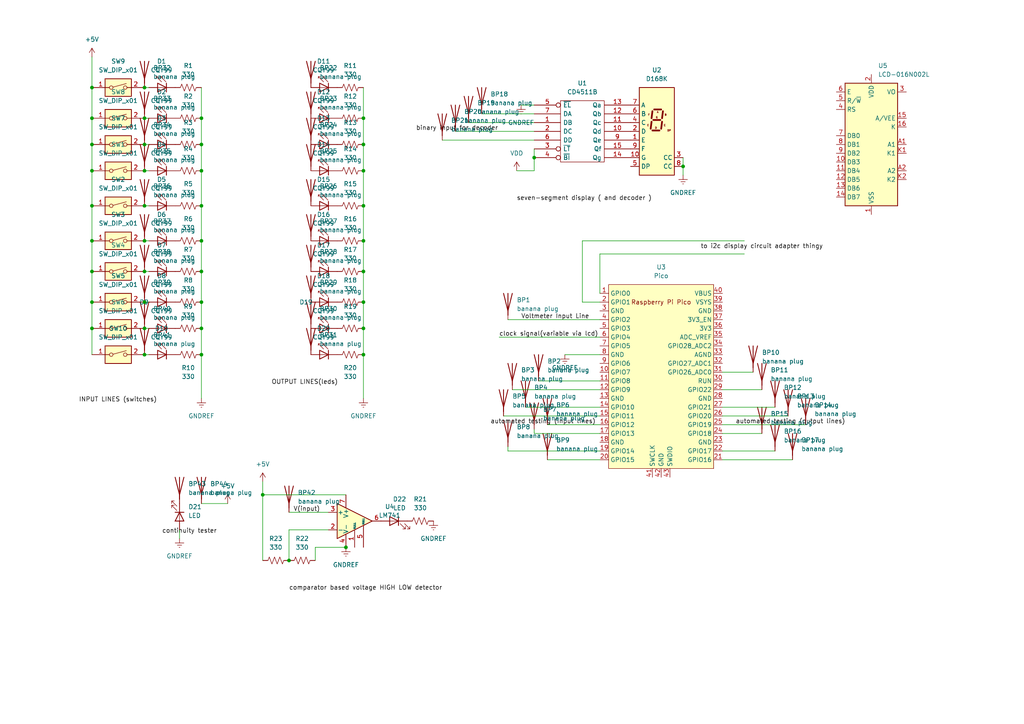
<source format=kicad_sch>
(kicad_sch (version 20230121) (generator eeschema)
  (paper "A4")
  (lib_symbols
    (symbol "4xxx_IEEE:4511" (pin_names (offset 0.762))
      (property "Reference" "U" (at 8.89 11.43 0))
      (property "Value" "4511" (at 8.89 -11.43 0))
      (symbol "4511_0_1"
        (rectangle (start -6.35 8.89) (end 6.35 -8.89))
      )
      (symbol "4511_1_1"
        (pin input line (at -13.97 2.54 0) (length 7.62) (name "DB") (number "1"))
        (pin output line (at 13.97 0 180) (length 7.62) (name "Qd") (number "10"))
        (pin output line (at 13.97 2.54 180) (length 7.62) (name "Qc") (number "11"))
        (pin output line (at 13.97 5.08 180) (length 7.62) (name "Qb") (number "12"))
        (pin output line (at 13.97 7.62 180) (length 7.62) (name "Qa") (number "13"))
        (pin output line (at 13.97 -7.62 180) (length 7.62) (name "Qg") (number "14"))
        (pin output line (at 13.97 -5.08 180) (length 7.62) (name "Qf") (number "15"))
        (pin power_in line (at 0 8.89 270) (length 0) hide (name "Vdd") (number "16"))
        (pin input line (at -13.97 0 0) (length 7.62) (name "DC") (number "2"))
        (pin input inverted (at -13.97 -5.08 0) (length 7.62) (name "~{LT}") (number "3"))
        (pin input inverted (at -13.97 -7.62 0) (length 7.62) (name "~{BI}") (number "4"))
        (pin input inverted (at -13.97 7.62 0) (length 7.62) (name "~{EL}") (number "5"))
        (pin input line (at -13.97 -2.54 0) (length 7.62) (name "DD") (number "6"))
        (pin input line (at -13.97 5.08 0) (length 7.62) (name "DA") (number "7"))
        (pin power_in line (at 0 -8.89 90) (length 0) hide (name "Vss") (number "8"))
        (pin output line (at 13.97 -2.54 180) (length 7.62) (name "Qe") (number "9"))
      )
    )
    (symbol "Amplifier_Operational:LM741" (pin_names (offset 0.127))
      (property "Reference" "U" (at 0 6.35 0))
      (property "Value" "LM741" (at 0 3.81 0))
      (symbol "LM741_0_1"
        (polyline (pts (xy -5.08 5.08) (xy 5.08 0) (xy -5.08 -5.08) (xy -5.08 5.08)) (stroke (width 0.254)) (fill (type background)))
      )
      (symbol "LM741_1_1"
        (pin input line (at 0 -7.62 90) (length 5.08) (name "NULL") (number "1"))
        (pin input line (at -7.62 -2.54 0) (length 2.54) (name "-") (number "2"))
        (pin input line (at -7.62 2.54 0) (length 2.54) (name "+") (number "3"))
        (pin power_in line (at -2.54 -7.62 90) (length 3.81) (name "V-") (number "4"))
        (pin input line (at 2.54 -7.62 90) (length 6.35) (name "NULL") (number "5"))
        (pin output line (at 7.62 0 180) (length 2.54) (name "~") (number "6"))
        (pin power_in line (at -2.54 7.62 270) (length 3.81) (name "V+") (number "7"))
        (pin no_connect line (at 0 2.54 270) (length 2.54) hide (name "NC") (number "8"))
      )
    )
    (symbol "Device:Antenna" (pin_numbers hide) (pin_names (offset 1.016) hide)
      (property "Reference" "AE" (at -1.905 1.905 0))
      (property "Value" "Antenna" (at -1.905 0 0))
      (symbol "Antenna_0_1"
        (polyline (pts (xy 0 2.54) (xy 0 -3.81)) (stroke (width 0.254)))
        (polyline (pts (xy 1.27 2.54) (xy 0 -2.54) (xy -1.27 2.54)) (stroke (width 0.254)))
      )
      (symbol "Antenna_1_1"
        (pin input line (at 0 -5.08 90) (length 2.54) (name "A") (number "1"))
      )
    )
    (symbol "Device:LED" (pin_numbers hide) (pin_names (offset 1.016) hide)
      (property "Reference" "D" (at 0 2.54 0))
      (property "Value" "LED" (at 0 -2.54 0))
      (symbol "LED_0_1"
        (polyline (pts (xy -1.27 -1.27) (xy -1.27 1.27)) (stroke (width 0.254)))
        (polyline (pts (xy -1.27 0) (xy 1.27 0)))
        (polyline (pts (xy 1.27 -1.27) (xy 1.27 1.27) (xy -1.27 0) (xy 1.27 -1.27)) (stroke (width 0.254)))
        (polyline (pts (xy -3.048 -0.762) (xy -4.572 -2.286) (xy -3.81 -2.286) (xy -4.572 -2.286) (xy -4.572 -1.524)))
        (polyline (pts (xy -1.778 -0.762) (xy -3.302 -2.286) (xy -2.54 -2.286) (xy -3.302 -2.286) (xy -3.302 -1.524)))
      )
      (symbol "LED_1_1"
        (pin passive line (at -3.81 0 0) (length 2.54) (name "K") (number "1"))
        (pin passive line (at 3.81 0 180) (length 2.54) (name "A") (number "2"))
      )
    )
    (symbol "Device:R_US" (pin_numbers hide) (pin_names (offset 0))
      (property "Reference" "R" (at 2.54 0 90))
      (property "Value" "R_US" (at -2.54 0 90))
      (symbol "R_US_0_1"
        (polyline (pts (xy 0 -2.286) (xy 0 -2.54)))
        (polyline (pts (xy 0 2.286) (xy 0 2.54)))
        (polyline (pts (xy 0 -0.762) (xy 1.016 -1.143) (xy 0 -1.524) (xy -1.016 -1.905) (xy 0 -2.286)))
        (polyline (pts (xy 0 0.762) (xy 1.016 0.381) (xy 0 0) (xy -1.016 -0.381) (xy 0 -0.762)))
        (polyline (pts (xy 0 2.286) (xy 1.016 1.905) (xy 0 1.524) (xy -1.016 1.143) (xy 0 0.762)))
      )
      (symbol "R_US_1_1"
        (pin passive line (at 0 3.81 270) (length 1.27) (name "~") (number "1"))
        (pin passive line (at 0 -3.81 90) (length 1.27) (name "~") (number "2"))
      )
    )
    (symbol "Display_Character:LCD-016N002L"
      (property "Reference" "U" (at -6.35 18.796 0))
      (property "Value" "LCD-016N002L" (at 8.636 18.796 0))
      (symbol "LCD-016N002L_1_1"
        (rectangle (start -7.62 17.78) (end 7.62 -17.78) (stroke (width 0.254)) (fill (type background)))
        (pin power_in line (at 0 -20.32 90) (length 2.54) (name "VSS") (number "1"))
        (pin bidirectional line (at -10.16 -5.08 0) (length 2.54) (name "DB3") (number "10"))
        (pin bidirectional line (at -10.16 -7.62 0) (length 2.54) (name "DB4") (number "11"))
        (pin bidirectional line (at -10.16 -10.16 0) (length 2.54) (name "DB5") (number "12"))
        (pin bidirectional line (at -10.16 -12.7 0) (length 2.54) (name "DB6") (number "13"))
        (pin bidirectional line (at -10.16 -15.24 0) (length 2.54) (name "DB7") (number "14"))
        (pin power_in line (at 10.16 7.62 180) (length 2.54) (name "A/VEE") (number "15"))
        (pin power_in line (at 10.16 5.08 180) (length 2.54) (name "K") (number "16"))
        (pin power_in line (at 0 20.32 270) (length 2.54) (name "VDD") (number "2"))
        (pin input line (at 10.16 15.24 180) (length 2.54) (name "VO") (number "3"))
        (pin input line (at -10.16 10.16 0) (length 2.54) (name "RS") (number "4"))
        (pin input line (at -10.16 12.7 0) (length 2.54) (name "R/~{W}") (number "5"))
        (pin input line (at -10.16 15.24 0) (length 2.54) (name "E") (number "6"))
        (pin bidirectional line (at -10.16 2.54 0) (length 2.54) (name "DB0") (number "7"))
        (pin bidirectional line (at -10.16 0 0) (length 2.54) (name "DB1") (number "8"))
        (pin bidirectional line (at -10.16 -2.54 0) (length 2.54) (name "DB2") (number "9"))
        (pin power_in line (at 10.16 0 180) (length 2.54) (name "A1") (number "A1"))
        (pin power_in line (at 10.16 -7.62 180) (length 2.54) (name "A2") (number "A2"))
        (pin power_in line (at 10.16 -2.54 180) (length 2.54) (name "K1") (number "K1"))
        (pin power_in line (at 10.16 -10.16 180) (length 2.54) (name "K2") (number "K2"))
      )
    )
    (symbol "Display_Character_git:D168K"
      (property "Reference" "U" (at -2.54 13.97 0))
      (property "Value" "D168K" (at 1.27 13.97 0))
      (symbol "D168K_0_0"
        (text "A" (at 0.254 5.588 0) (effects (font (size 0.508 0.508))))
        (text "B" (at 2.54 4.826 0) (effects (font (size 0.508 0.508))))
        (text "C" (at 2.286 1.778 0) (effects (font (size 0.508 0.508))))
        (text "D" (at -0.254 1.016 0) (effects (font (size 0.508 0.508))))
        (text "DP" (at 3.556 0.254 0) (effects (font (size 0.508 0.508))))
        (text "E" (at -2.54 1.778 0) (effects (font (size 0.508 0.508))))
        (text "F" (at -2.286 4.826 0) (effects (font (size 0.508 0.508))))
        (text "G" (at 0 4.064 0) (effects (font (size 0.508 0.508))))
      )
      (symbol "D168K_0_1"
        (rectangle (start -5.08 12.7) (end 5.08 -12.7) (stroke (width 0.254)) (fill (type background)))
        (polyline (pts (xy -1.524 2.794) (xy -1.778 0.762)) (stroke (width 0.508)))
        (polyline (pts (xy -1.27 0.254) (xy 0.762 0.254)) (stroke (width 0.508)))
        (polyline (pts (xy -1.27 5.842) (xy -1.524 3.81)) (stroke (width 0.508)))
        (polyline (pts (xy -1.016 3.302) (xy 1.016 3.302)) (stroke (width 0.508)))
        (polyline (pts (xy -0.762 6.35) (xy 1.27 6.35)) (stroke (width 0.508)))
        (polyline (pts (xy 1.524 2.794) (xy 1.27 0.762)) (stroke (width 0.508)))
        (polyline (pts (xy 1.778 5.842) (xy 1.524 3.81)) (stroke (width 0.508)))
        (polyline (pts (xy 2.54 0.254) (xy 2.54 0.254)) (stroke (width 0.508)))
      )
      (symbol "D168K_1_1"
        (pin input line (at -7.62 -2.54 0) (length 2.54) (name "E") (number "1"))
        (pin input line (at -7.62 -7.62 0) (length 2.54) (name "G") (number "10"))
        (pin input line (at -7.62 0 0) (length 2.54) (name "D") (number "2"))
        (pin input line (at 7.62 -7.62 180) (length 2.54) (name "CC") (number "3"))
        (pin input line (at -7.62 2.54 0) (length 2.54) (name "C") (number "4"))
        (pin input line (at -7.62 -10.16 0) (length 2.54) (name "DP") (number "5"))
        (pin input line (at -7.62 5.08 0) (length 2.54) (name "B") (number "6"))
        (pin input line (at -7.62 7.62 0) (length 2.54) (name "A") (number "7"))
        (pin input line (at 7.62 -10.16 180) (length 2.54) (name "CC") (number "8"))
        (pin input line (at -7.62 -5.08 0) (length 2.54) (name "F") (number "9"))
      )
    )
    (symbol "LED:CQY99" (pin_numbers hide) (pin_names (offset 1.016) hide)
      (property "Reference" "D" (at 0.508 1.778 0))
      (property "Value" "CQY99" (at -1.016 -2.794 0))
      (symbol "CQY99_0_1"
        (polyline (pts (xy -2.54 1.27) (xy -2.54 -1.27)) (stroke (width 0.254)))
        (polyline (pts (xy 0 0) (xy -2.54 0)))
        (polyline (pts (xy 0.381 3.175) (xy -0.127 3.175)))
        (polyline (pts (xy -1.143 1.651) (xy 0.381 3.175) (xy 0.381 2.667)))
        (polyline (pts (xy 0 -1.27) (xy -2.54 0) (xy 0 1.27) (xy 0 -1.27)) (stroke (width 0.254)))
        (polyline (pts (xy -2.413 1.651) (xy -0.889 3.175) (xy -0.889 2.667) (xy -0.889 3.175) (xy -1.397 3.175)))
      )
      (symbol "CQY99_1_1"
        (pin passive line (at -5.08 0 0) (length 2.54) (name "K") (number "1"))
        (pin passive line (at 2.54 0 180) (length 2.54) (name "A") (number "2"))
      )
    )
    (symbol "MCU_RaspberryPi_and_Boards:Pico"
      (property "Reference" "U" (at -13.97 27.94 0))
      (property "Value" "Pico" (at 0 19.05 0))
      (symbol "Pico_0_0"
        (text "Raspberry Pi Pico" (at 0 21.59 0) (effects (font (size 1.27 1.27))))
      )
      (symbol "Pico_0_1"
        (rectangle (start -15.24 26.67) (end 15.24 -26.67) (fill (type background)))
      )
      (symbol "Pico_1_1"
        (pin bidirectional line (at -17.78 24.13 0) (length 2.54) (name "GPIO0") (number "1"))
        (pin bidirectional line (at -17.78 1.27 0) (length 2.54) (name "GPIO7") (number "10"))
        (pin bidirectional line (at -17.78 -1.27 0) (length 2.54) (name "GPIO8") (number "11"))
        (pin bidirectional line (at -17.78 -3.81 0) (length 2.54) (name "GPIO9") (number "12"))
        (pin power_in line (at -17.78 -6.35 0) (length 2.54) (name "GND") (number "13"))
        (pin bidirectional line (at -17.78 -8.89 0) (length 2.54) (name "GPIO10") (number "14"))
        (pin bidirectional line (at -17.78 -11.43 0) (length 2.54) (name "GPIO11") (number "15"))
        (pin bidirectional line (at -17.78 -13.97 0) (length 2.54) (name "GPIO12") (number "16"))
        (pin bidirectional line (at -17.78 -16.51 0) (length 2.54) (name "GPIO13") (number "17"))
        (pin power_in line (at -17.78 -19.05 0) (length 2.54) (name "GND") (number "18"))
        (pin bidirectional line (at -17.78 -21.59 0) (length 2.54) (name "GPIO14") (number "19"))
        (pin bidirectional line (at -17.78 21.59 0) (length 2.54) (name "GPIO1") (number "2"))
        (pin bidirectional line (at -17.78 -24.13 0) (length 2.54) (name "GPIO15") (number "20"))
        (pin bidirectional line (at 17.78 -24.13 180) (length 2.54) (name "GPIO16") (number "21"))
        (pin bidirectional line (at 17.78 -21.59 180) (length 2.54) (name "GPIO17") (number "22"))
        (pin power_in line (at 17.78 -19.05 180) (length 2.54) (name "GND") (number "23"))
        (pin bidirectional line (at 17.78 -16.51 180) (length 2.54) (name "GPIO18") (number "24"))
        (pin bidirectional line (at 17.78 -13.97 180) (length 2.54) (name "GPIO19") (number "25"))
        (pin bidirectional line (at 17.78 -11.43 180) (length 2.54) (name "GPIO20") (number "26"))
        (pin bidirectional line (at 17.78 -8.89 180) (length 2.54) (name "GPIO21") (number "27"))
        (pin power_in line (at 17.78 -6.35 180) (length 2.54) (name "GND") (number "28"))
        (pin bidirectional line (at 17.78 -3.81 180) (length 2.54) (name "GPIO22") (number "29"))
        (pin power_in line (at -17.78 19.05 0) (length 2.54) (name "GND") (number "3"))
        (pin input line (at 17.78 -1.27 180) (length 2.54) (name "RUN") (number "30"))
        (pin bidirectional line (at 17.78 1.27 180) (length 2.54) (name "GPIO26_ADC0") (number "31"))
        (pin bidirectional line (at 17.78 3.81 180) (length 2.54) (name "GPIO27_ADC1") (number "32"))
        (pin power_in line (at 17.78 6.35 180) (length 2.54) (name "AGND") (number "33"))
        (pin bidirectional line (at 17.78 8.89 180) (length 2.54) (name "GPIO28_ADC2") (number "34"))
        (pin power_in line (at 17.78 11.43 180) (length 2.54) (name "ADC_VREF") (number "35"))
        (pin power_in line (at 17.78 13.97 180) (length 2.54) (name "3V3") (number "36"))
        (pin input line (at 17.78 16.51 180) (length 2.54) (name "3V3_EN") (number "37"))
        (pin bidirectional line (at 17.78 19.05 180) (length 2.54) (name "GND") (number "38"))
        (pin power_in line (at 17.78 21.59 180) (length 2.54) (name "VSYS") (number "39"))
        (pin bidirectional line (at -17.78 16.51 0) (length 2.54) (name "GPIO2") (number "4"))
        (pin power_in line (at 17.78 24.13 180) (length 2.54) (name "VBUS") (number "40"))
        (pin input line (at -2.54 -29.21 90) (length 2.54) (name "SWCLK") (number "41"))
        (pin power_in line (at 0 -29.21 90) (length 2.54) (name "GND") (number "42"))
        (pin bidirectional line (at 2.54 -29.21 90) (length 2.54) (name "SWDIO") (number "43"))
        (pin bidirectional line (at -17.78 13.97 0) (length 2.54) (name "GPIO3") (number "5"))
        (pin bidirectional line (at -17.78 11.43 0) (length 2.54) (name "GPIO4") (number "6"))
        (pin bidirectional line (at -17.78 8.89 0) (length 2.54) (name "GPIO5") (number "7"))
        (pin power_in line (at -17.78 6.35 0) (length 2.54) (name "GND") (number "8"))
        (pin bidirectional line (at -17.78 3.81 0) (length 2.54) (name "GPIO6") (number "9"))
      )
    )
    (symbol "Switch:SW_DIP_x01" (pin_names (offset 0) hide)
      (property "Reference" "SW" (at 0 3.81 0))
      (property "Value" "SW_DIP_x01" (at 0 -3.81 0))
      (symbol "SW_DIP_x01_0_0"
        (circle (center -2.032 0) (radius 0.508))
        (polyline (pts (xy -1.524 0.127) (xy 2.3622 1.1684)))
        (circle (center 2.032 0) (radius 0.508))
      )
      (symbol "SW_DIP_x01_0_1"
        (rectangle (start -3.81 2.54) (end 3.81 -2.54) (stroke (width 0.254)) (fill (type background)))
      )
      (symbol "SW_DIP_x01_1_1"
        (pin passive line (at -7.62 0 0) (length 5.08) (name "~") (number "1"))
        (pin passive line (at 7.62 0 180) (length 5.08) (name "~") (number "2"))
      )
    )
    (symbol "power:+5V" (power) (pin_names (offset 0))
      (property "Value" "+5V" (at 0 3.556 0))
      (symbol "+5V_0_1"
        (polyline (pts (xy -0.762 1.27) (xy 0 2.54)))
        (polyline (pts (xy 0 0) (xy 0 2.54)))
        (polyline (pts (xy 0 2.54) (xy 0.762 1.27)))
      )
      (symbol "+5V_1_1"
        (pin power_in line (at 0 0 90) (length 0) hide (name "+5V") (number "1"))
      )
    )
    (symbol "power:GNDREF" (power) (pin_names (offset 0))
      (property "Value" "GNDREF" (at 0 -3.81 0))
      (symbol "GNDREF_0_1"
        (polyline (pts (xy -0.635 -1.905) (xy 0.635 -1.905)))
        (polyline (pts (xy -0.127 -2.54) (xy 0.127 -2.54)))
        (polyline (pts (xy 0 -1.27) (xy 0 0)))
        (polyline (pts (xy 1.27 -1.27) (xy -1.27 -1.27)))
      )
      (symbol "GNDREF_1_1"
        (pin power_in line (at 0 0 270) (length 0) hide (name "GNDREF") (number "1"))
      )
    )
    (symbol "power:VDD" (power) (pin_names (offset 0))
      (property "Value" "VDD" (at 0 3.81 0))
      (symbol "VDD_0_1"
        (polyline (pts (xy -0.762 1.27) (xy 0 2.54)))
        (polyline (pts (xy 0 0) (xy 0 2.54)))
        (polyline (pts (xy 0 2.54) (xy 0.762 1.27)))
      )
      (symbol "VDD_1_1"
        (pin power_in line (at 0 0 90) (length 0) hide (name "VDD") (number "1"))
      )
    )
  )
  (junction (at 41.91 41.91))
  (junction (at 41.91 59.69))
  (junction (at 105.41 95.25))
  (junction (at 58.42 87.63))
  (junction (at 41.91 25.4))
  (junction (at 58.42 95.25))
  (junction (at 105.41 102.87))
  (junction (at 26.67 95.25))
  (junction (at 41.91 78.74))
  (junction (at 58.42 41.91))
  (junction (at 41.91 87.63))
  (junction (at 41.91 49.53))
  (junction (at 41.91 95.25))
  (junction (at 105.41 41.91))
  (junction (at 105.41 78.74))
  (junction (at 105.41 59.69))
  (junction (at 58.42 69.85))
  (junction (at 58.42 102.87))
  (junction (at 41.91 69.85))
  (junction (at 198.12 48.26))
  (junction (at 26.67 78.74))
  (junction (at 58.42 59.69))
  (junction (at 41.91 34.29))
  (junction (at 26.67 25.4))
  (junction (at 26.67 59.69))
  (junction (at 26.67 69.85))
  (junction (at 100.33 158.75))
  (junction (at 105.41 34.29))
  (junction (at 41.91 102.87))
  (junction (at 76.2 143.51))
  (junction (at 26.67 49.53))
  (junction (at 105.41 87.63))
  (junction (at 154.94 45.72))
  (junction (at 26.67 34.29))
  (junction (at 105.41 69.85))
  (junction (at 26.67 41.91))
  (junction (at 26.67 87.63))
  (junction (at 58.42 34.29))
  (junction (at 105.41 49.53))
  (junction (at 58.42 49.53))
  (junction (at 83.82 162.56))
  (junction (at 58.42 78.74))
  (wire (pts (xy 209.55 125.73) (xy 220.98 125.73)))
  (wire (pts (xy 173.99 87.63) (xy 168.91 87.63)))
  (wire (pts (xy 147.32 130.81) (xy 147.32 129.54)))
  (wire (pts (xy 198.12 45.72) (xy 198.12 48.26)))
  (wire (pts (xy 168.91 87.63) (xy 168.91 69.85)))
  (wire (pts (xy 95.25 153.67) (xy 83.82 153.67)))
  (wire (pts (xy 168.91 69.85) (xy 215.9 69.85)))
  (wire (pts (xy 41.91 34.29) (xy 43.18 34.29)))
  (wire (pts (xy 41.91 95.25) (xy 43.18 95.25)))
  (wire (pts (xy 105.41 95.25) (xy 105.41 102.87)))
  (wire (pts (xy 58.42 59.69) (xy 58.42 69.85)))
  (wire (pts (xy 105.41 49.53) (xy 105.41 59.69)))
  (wire (pts (xy 58.42 69.85) (xy 58.42 78.74)))
  (wire (pts (xy 26.67 34.29) (xy 26.67 41.91)))
  (wire (pts (xy 198.12 48.26) (xy 198.12 50.8)))
  (wire (pts (xy 132.08 38.1) (xy 154.94 38.1)))
  (wire (pts (xy 58.42 146.05) (xy 66.04 146.05)))
  (wire (pts (xy 58.42 87.63) (xy 58.42 95.25)))
  (wire (pts (xy 144.78 97.79) (xy 173.99 97.79)))
  (wire (pts (xy 147.32 130.81) (xy 173.99 130.81)))
  (wire (pts (xy 105.41 87.63) (xy 105.41 95.25)))
  (wire (pts (xy 41.91 69.85) (xy 43.18 69.85)))
  (wire (pts (xy 163.83 102.87) (xy 173.99 102.87)))
  (wire (pts (xy 152.4 118.11) (xy 173.99 118.11)))
  (wire (pts (xy 154.94 45.72) (xy 154.94 49.53)))
  (wire (pts (xy 209.55 120.65) (xy 228.6 120.65)))
  (wire (pts (xy 105.41 34.29) (xy 105.41 41.91)))
  (wire (pts (xy 158.75 133.35) (xy 173.99 133.35)))
  (wire (pts (xy 105.41 59.69) (xy 105.41 69.85)))
  (wire (pts (xy 41.91 102.87) (xy 43.18 102.87)))
  (wire (pts (xy 209.55 130.81) (xy 224.79 130.81)))
  (wire (pts (xy 105.41 78.74) (xy 105.41 87.63)))
  (wire (pts (xy 26.67 87.63) (xy 26.67 95.25)))
  (wire (pts (xy 158.75 123.19) (xy 173.99 123.19)))
  (wire (pts (xy 105.41 69.85) (xy 105.41 78.74)))
  (wire (pts (xy 58.42 34.29) (xy 58.42 41.91)))
  (wire (pts (xy 154.94 125.73) (xy 154.94 124.46)))
  (wire (pts (xy 41.91 59.69) (xy 43.18 59.69)))
  (wire (pts (xy 154.94 43.18) (xy 154.94 45.72)))
  (wire (pts (xy 26.67 41.91) (xy 26.67 49.53)))
  (wire (pts (xy 154.94 125.73) (xy 173.99 125.73)))
  (wire (pts (xy 26.67 69.85) (xy 26.67 78.74)))
  (wire (pts (xy 151.13 30.48) (xy 154.94 30.48)))
  (wire (pts (xy 154.94 49.53) (xy 149.86 49.53)))
  (wire (pts (xy 147.32 92.71) (xy 173.99 92.71)))
  (wire (pts (xy 52.07 153.67) (xy 52.07 156.21)))
  (wire (pts (xy 58.42 41.91) (xy 58.42 49.53)))
  (wire (pts (xy 26.67 95.25) (xy 26.67 102.87)))
  (wire (pts (xy 58.42 95.25) (xy 58.42 102.87)))
  (wire (pts (xy 26.67 78.74) (xy 26.67 87.63)))
  (wire (pts (xy 76.2 143.51) (xy 76.2 162.56)))
  (wire (pts (xy 76.2 143.51) (xy 76.2 139.7)))
  (wire (pts (xy 58.42 25.4) (xy 58.42 34.29)))
  (wire (pts (xy 173.99 85.09) (xy 173.99 73.66)))
  (wire (pts (xy 26.67 49.53) (xy 26.67 59.69)))
  (wire (pts (xy 41.91 49.53) (xy 43.18 49.53)))
  (wire (pts (xy 76.2 143.51) (xy 100.33 143.51)))
  (wire (pts (xy 209.55 133.35) (xy 229.87 133.35)))
  (wire (pts (xy 41.91 78.74) (xy 43.18 78.74)))
  (wire (pts (xy 26.67 59.69) (xy 26.67 69.85)))
  (wire (pts (xy 105.41 25.4) (xy 105.41 34.29)))
  (wire (pts (xy 58.42 102.87) (xy 58.42 115.57)))
  (wire (pts (xy 58.42 78.74) (xy 58.42 87.63)))
  (wire (pts (xy 139.7 33.02) (xy 154.94 33.02)))
  (wire (pts (xy 26.67 25.4) (xy 26.67 34.29)))
  (wire (pts (xy 173.99 73.66) (xy 215.9 73.66)))
  (wire (pts (xy 209.55 118.11) (xy 224.79 118.11)))
  (wire (pts (xy 41.91 41.91) (xy 43.18 41.91)))
  (wire (pts (xy 105.41 41.91) (xy 105.41 49.53)))
  (wire (pts (xy 209.55 123.19) (xy 233.68 123.19)))
  (wire (pts (xy 41.91 25.4) (xy 43.18 25.4)))
  (wire (pts (xy 83.82 153.67) (xy 83.82 162.56)))
  (wire (pts (xy 135.89 35.56) (xy 154.94 35.56)))
  (wire (pts (xy 128.27 40.64) (xy 154.94 40.64)))
  (wire (pts (xy 148.59 113.03) (xy 173.99 113.03)))
  (wire (pts (xy 146.05 120.65) (xy 173.99 120.65)))
  (wire (pts (xy 91.44 158.75) (xy 100.33 158.75)))
  (wire (pts (xy 105.41 102.87) (xy 105.41 115.57)))
  (wire (pts (xy 209.55 107.95) (xy 218.44 107.95)))
  (wire (pts (xy 91.44 162.56) (xy 91.44 158.75)))
  (wire (pts (xy 83.82 148.59) (xy 95.25 148.59)))
  (wire (pts (xy 156.21 110.49) (xy 173.99 110.49)))
  (wire (pts (xy 26.67 16.51) (xy 26.67 25.4)))
  (wire (pts (xy 58.42 49.53) (xy 58.42 59.69)))
  (wire (pts (xy 41.91 87.63) (xy 43.18 87.63)))
  (wire (pts (xy 209.55 113.03) (xy 220.98 113.03)))
  (label "INPUT LINES (switches)" (at 22.86 116.84 0))
  (label "OUTPUT LINES(leds)" (at 78.74 111.76 0))
  (label "Voltmeter Input Line" (at 151.13 92.71 0))
  (label "to i2c display circuit adapter thingy" (at 203.2 72.39 0))
  (label "automated testing (output lines)" (at 213.36 123.19 0))
  (label "binary input for decoder" (at 120.65 38.1 0))
  (label "seven-segment display ( and decoder )" (at 149.86 58.42 0))
  (label "clock signal(variable via lcd)" (at 144.78 97.79 0))
  (label "continuity tester" (at 46.99 154.94 0))
  (label "comparator based voltage HIGH LOW detector" (at 83.82 171.45 0))
  (label "automated testing (input lines)" (at 142.24 123.19 0))
  (label "V(input)" (at 85.09 148.59 0))
  (symbol (lib_id "Device:Antenna") (at 228.6 115.57 0) (unit 1)
    (property "Reference" "BP13" (at 231.14 114.935 0) (effects (justify left)))
    (property "Value" "banana plug" (at 231.14 117.475 0) (effects (justify left)))
    (property "Footprint" "Connector:Banana_Jack_1Pin" (effects hide))
  )
  (symbol (lib_id "power:GNDREF") (at 52.07 156.21 0) (unit 1)
    (property "Reference" "#PWR09" (effects hide))
    (property "Value" "GNDREF" (at 52.07 161.29 0))
  )
  (symbol (lib_id "LED:CQY99") (at 92.71 102.87 0) (mirror y) (unit 1)
    (property "Reference" "D20" (at 93.853 95.25 0))
    (property "Value" "CQY99" (at 93.853 97.79 0))
    (property "Footprint" "LED_THT:LED_D5.0mm_IRGrey" (effects hide))
    (property "Datasheet" "https://www.prtice.info/IMG/pdf/CQY99.pdf" (effects hide))
  )
  (symbol (lib_id "Device:LED") (at 114.3 151.13 0) (mirror y) (unit 1)
    (property "Reference" "D22" (at 115.8875 144.78 0))
    (property "Value" "LED" (at 115.8875 147.32 0))
    (property "Footprint" "LED_THT:LED_D5.0mm_IRGrey" (effects hide))
  )
  (symbol (lib_id "LED:CQY99") (at 92.71 49.53 0) (mirror y) (unit 1)
    (property "Reference" "D14" (at 93.853 41.91 0))
    (property "Value" "CQY99" (at 93.853 44.45 0))
    (property "Footprint" "LED_THT:LED_D5.0mm_IRGrey" (effects hide))
    (property "Datasheet" "https://www.prtice.info/IMG/pdf/CQY99.pdf" (effects hide))
  )
  (symbol (lib_id "LED:CQY99") (at 45.72 87.63 0) (mirror y) (unit 1)
    (property "Reference" "D8" (at 46.863 80.01 0))
    (property "Value" "CQY99" (at 46.863 82.55 0))
    (property "Footprint" "LED_THT:LED_D5.0mm_IRGrey" (effects hide))
    (property "Datasheet" "https://www.prtice.info/IMG/pdf/CQY99.pdf" (effects hide))
  )
  (symbol (lib_id "Device:Antenna") (at 233.68 118.11 0) (unit 1)
    (property "Reference" "BP14" (at 236.22 117.475 0) (effects (justify left)))
    (property "Value" "banana plug" (at 236.22 120.015 0) (effects (justify left)))
    (property "Footprint" "Connector:Banana_Jack_1Pin" (effects hide))
  )
  (symbol (lib_id "LED:CQY99") (at 92.71 59.69 0) (mirror y) (unit 1)
    (property "Reference" "D15" (at 93.853 52.07 0))
    (property "Value" "CQY99" (at 93.853 54.61 0))
    (property "Footprint" "LED_THT:LED_D5.0mm_IRGrey" (effects hide))
    (property "Datasheet" "https://www.prtice.info/IMG/pdf/CQY99.pdf" (effects hide))
  )
  (symbol (lib_id "Switch:SW_DIP_x01") (at 34.29 95.25 0) (unit 1)
    (property "Reference" "SW6" (at 34.29 87.63 0))
    (property "Value" "SW_DIP_x01" (at 34.29 90.17 0))
    (property "Footprint" "Button_Switch_THT:SW_CW_GPTS203211B" (effects hide))
  )
  (symbol (lib_id "LED:CQY99") (at 45.72 25.4 0) (mirror y) (unit 1)
    (property "Reference" "D1" (at 46.863 17.78 0))
    (property "Value" "CQY99" (at 46.863 20.32 0))
    (property "Footprint" "LED_THT:LED_D5.0mm_IRGrey" (effects hide))
    (property "Datasheet" "https://www.prtice.info/IMG/pdf/CQY99.pdf" (effects hide))
  )
  (symbol (lib_id "Device:Antenna") (at 218.44 102.87 0) (unit 1)
    (property "Reference" "BP10" (at 220.98 102.235 0) (effects (justify left)))
    (property "Value" "banana plug" (at 220.98 104.775 0) (effects (justify left)))
    (property "Footprint" "Connector:Banana_Jack_1Pin" (effects hide))
  )
  (symbol (lib_id "Device:Antenna") (at 41.91 73.66 0) (unit 1)
    (property "Reference" "BP38" (at 44.45 73.025 0) (effects (justify left)))
    (property "Value" "banana plug" (at 44.45 75.565 0) (effects (justify left)))
    (property "Footprint" "Connector:Banana_Jack_1Pin" (effects hide))
  )
  (symbol (lib_id "LED:CQY99") (at 92.71 87.63 0) (mirror y) (unit 1)
    (property "Reference" "D18" (at 93.853 80.01 0))
    (property "Value" "CQY99" (at 93.853 82.55 0))
    (property "Footprint" "LED_THT:LED_D5.0mm_IRGrey" (effects hide))
    (property "Datasheet" "https://www.prtice.info/IMG/pdf/CQY99.pdf" (effects hide))
  )
  (symbol (lib_id "Device:Antenna") (at 90.17 54.61 0) (unit 1)
    (property "Reference" "BP26" (at 92.71 53.975 0) (effects (justify left)))
    (property "Value" "banana plug" (at 92.71 56.515 0) (effects (justify left)))
    (property "Footprint" "Connector:Banana_Jack_1Pin" (effects hide))
  )
  (symbol (lib_id "Device:Antenna") (at 90.17 90.17 0) (unit 1)
    (property "Reference" "BP30" (at 92.71 89.535 0) (effects (justify left)))
    (property "Value" "banana plug" (at 92.71 92.075 0) (effects (justify left)))
    (property "Footprint" "Connector:Banana_Jack_1Pin" (effects hide))
  )
  (symbol (lib_id "Device:Antenna") (at 224.79 125.73 0) (unit 1)
    (property "Reference" "BP16" (at 227.33 125.095 0) (effects (justify left)))
    (property "Value" "banana plug" (at 227.33 127.635 0) (effects (justify left)))
    (property "Footprint" "Connector:Banana_Jack_1Pin" (effects hide))
  )
  (symbol (lib_id "Device:Antenna") (at 152.4 113.03 0) (unit 1)
    (property "Reference" "BP4" (at 154.94 112.395 0) (effects (justify left)))
    (property "Value" "banana plug" (at 154.94 114.935 0) (effects (justify left)))
    (property "Footprint" "Connector:Banana_Jack_1Pin" (effects hide))
  )
  (symbol (lib_id "power:+5V") (at 66.04 146.05 0) (unit 1)
    (property "Reference" "#PWR010" (effects hide))
    (property "Value" "+5V" (at 66.04 140.97 0))
  )
  (symbol (lib_id "Device:R_US") (at 54.61 34.29 270) (unit 1)
    (property "Reference" "R2" (at 54.61 27.94 90))
    (property "Value" "330" (at 54.61 30.48 90))
    (property "Footprint" "Resistor_THT:R_Axial_DIN0204_L3.6mm_D1.6mm_P7.62mm_Horizontal" (effects hide))
  )
  (symbol (lib_id "Switch:SW_DIP_x01") (at 34.29 102.87 0) (unit 1)
    (property "Reference" "SW10" (at 34.29 95.25 0))
    (property "Value" "SW_DIP_x01" (at 34.29 97.79 0))
    (property "Footprint" "Button_Switch_THT:SW_CW_GPTS203211B" (effects hide))
  )
  (symbol (lib_id "Device:Antenna") (at 158.75 118.11 0) (unit 1)
    (property "Reference" "BP6" (at 161.29 117.475 0) (effects (justify left)))
    (property "Value" "banana plug" (at 161.29 120.015 0) (effects (justify left)))
    (property "Footprint" "Connector:Banana_Jack_1Pin" (effects hide))
  )
  (symbol (lib_id "Device:Antenna") (at 156.21 105.41 0) (unit 1)
    (property "Reference" "BP2" (at 158.75 104.775 0) (effects (justify left)))
    (property "Value" "banana plug" (at 158.75 107.315 0) (effects (justify left)))
    (property "Footprint" "Connector:Banana_Jack_1Pin" (effects hide))
  )
  (symbol (lib_id "Device:Antenna") (at 41.91 54.61 0) (unit 1)
    (property "Reference" "BP36" (at 44.45 53.975 0) (effects (justify left)))
    (property "Value" "banana plug" (at 44.45 56.515 0) (effects (justify left)))
    (property "Footprint" "Connector:Banana_Jack_1Pin" (effects hide))
  )
  (symbol (lib_id "Device:R_US") (at 101.6 34.29 270) (unit 1)
    (property "Reference" "R12" (at 101.6 27.94 90))
    (property "Value" "330" (at 101.6 30.48 90))
    (property "Footprint" "Resistor_THT:R_Axial_DIN0204_L3.6mm_D1.6mm_P7.62mm_Horizontal" (effects hide))
  )
  (symbol (lib_id "Device:Antenna") (at 83.82 143.51 0) (unit 1)
    (property "Reference" "BP42" (at 86.36 142.875 0) (effects (justify left)))
    (property "Value" "banana plug" (at 86.36 145.415 0) (effects (justify left)))
    (property "Footprint" "Connector:Banana_Jack_1Pin" (effects hide))
  )
  (symbol (lib_id "power:+5V") (at 76.2 139.7 0) (unit 1)
    (property "Reference" "#PWR012" (effects hide))
    (property "Value" "+5V" (at 76.2 134.62 0))
  )
  (symbol (lib_id "power:GNDREF") (at 58.42 115.57 0) (unit 1)
    (property "Reference" "#PWR01" (effects hide))
    (property "Value" "GNDREF" (at 58.42 120.65 0))
  )
  (symbol (lib_id "Device:Antenna") (at 220.98 120.65 0) (unit 1)
    (property "Reference" "BP15" (at 223.52 120.015 0) (effects (justify left)))
    (property "Value" "banana plug" (at 223.52 122.555 0) (effects (justify left)))
    (property "Footprint" "Connector:Banana_Jack_1Pin" (effects hide))
  )
  (symbol (lib_id "power:GNDREF") (at 100.33 158.75 0) (unit 1)
    (property "Reference" "#PWR011" (effects hide))
    (property "Value" "GNDREF" (at 100.33 163.83 0))
  )
  (symbol (lib_id "Device:R_US") (at 54.61 69.85 270) (unit 1)
    (property "Reference" "R6" (at 54.61 63.5 90))
    (property "Value" "330" (at 54.61 66.04 90))
    (property "Footprint" "Resistor_THT:R_Axial_DIN0204_L3.6mm_D1.6mm_P7.62mm_Horizontal" (effects hide))
  )
  (symbol (lib_id "Device:R_US") (at 54.61 41.91 270) (unit 1)
    (property "Reference" "R3" (at 54.61 35.56 90))
    (property "Value" "330" (at 54.61 38.1 90))
    (property "Footprint" "Resistor_THT:R_Axial_DIN0204_L3.6mm_D1.6mm_P7.62mm_Horizontal" (effects hide))
  )
  (symbol (lib_id "Device:R_US") (at 101.6 78.74 270) (unit 1)
    (property "Reference" "R17" (at 101.6 72.39 90))
    (property "Value" "330" (at 101.6 74.93 90))
    (property "Footprint" "Resistor_THT:R_Axial_DIN0204_L3.6mm_D1.6mm_P7.62mm_Horizontal" (effects hide))
  )
  (symbol (lib_id "Device:Antenna") (at 41.91 64.77 0) (unit 1)
    (property "Reference" "BP37" (at 44.45 64.135 0) (effects (justify left)))
    (property "Value" "banana plug" (at 44.45 66.675 0) (effects (justify left)))
    (property "Footprint" "Connector:Banana_Jack_1Pin" (effects hide))
  )
  (symbol (lib_id "Device:Antenna") (at 90.17 64.77 0) (unit 1)
    (property "Reference" "BP27" (at 92.71 64.135 0) (effects (justify left)))
    (property "Value" "banana plug" (at 92.71 66.675 0) (effects (justify left)))
    (property "Footprint" "Connector:Banana_Jack_1Pin" (effects hide))
  )
  (symbol (lib_id "LED:CQY99") (at 45.72 41.91 0) (mirror y) (unit 1)
    (property "Reference" "D3" (at 46.863 34.29 0))
    (property "Value" "CQY99" (at 46.863 36.83 0))
    (property "Footprint" "LED_THT:LED_D5.0mm_IRGrey" (effects hide))
    (property "Datasheet" "https://www.prtice.info/IMG/pdf/CQY99.pdf" (effects hide))
  )
  (symbol (lib_id "MCU_RaspberryPi_and_Boards:Pico") (at 191.77 109.22 0) (unit 1)
    (property "Reference" "U3" (at 191.77 77.47 0))
    (property "Value" "Pico" (at 191.77 80.01 0))
    (property "Footprint" "MCU_RaspberryPi_and_Boards:RP2040-QFN-56" (effects hide))
  )
  (symbol (lib_id "Device:Antenna") (at 90.17 82.55 0) (unit 1)
    (property "Reference" "BP29" (at 92.71 81.915 0) (effects (justify left)))
    (property "Value" "banana plug" (at 92.71 84.455 0) (effects (justify left)))
    (property "Footprint" "Connector:Banana_Jack_1Pin" (effects hide))
  )
  (symbol (lib_id "LED:CQY99") (at 92.71 41.91 0) (mirror y) (unit 1)
    (property "Reference" "D13" (at 93.853 34.29 0))
    (property "Value" "CQY99" (at 93.853 36.83 0))
    (property "Footprint" "LED_THT:LED_D5.0mm_IRGrey" (effects hide))
    (property "Datasheet" "https://www.prtice.info/IMG/pdf/CQY99.pdf" (effects hide))
  )
  (symbol (lib_id "Device:R_US") (at 101.6 25.4 270) (unit 1)
    (property "Reference" "R11" (at 101.6 19.05 90))
    (property "Value" "330" (at 101.6 21.59 90))
    (property "Footprint" "Resistor_THT:R_Axial_DIN0204_L3.6mm_D1.6mm_P7.62mm_Horizontal" (effects hide))
  )
  (symbol (lib_id "LED:CQY99") (at 45.72 34.29 0) (mirror y) (unit 1)
    (property "Reference" "D2" (at 46.863 26.67 0))
    (property "Value" "CQY99" (at 46.863 29.21 0))
    (property "Footprint" "LED_THT:LED_D5.0mm_IRGrey" (effects hide))
    (property "Datasheet" "https://www.prtice.info/IMG/pdf/CQY99.pdf" (effects hide))
  )
  (symbol (lib_id "Amplifier_Operational:LM741") (at 102.87 151.13 0) (unit 1)
    (property "Reference" "U4" (at 113.03 146.9391 0))
    (property "Value" "LM741" (at 113.03 149.4791 0))
    (property "Footprint" "Package_DIP:DIP-8_W7.62mm" (effects hide))
    (property "Datasheet" "http://www.ti.com/lit/ds/symlink/lm741.pdf" (effects hide))
  )
  (symbol (lib_id "Device:Antenna") (at 229.87 128.27 0) (unit 1)
    (property "Reference" "BP17" (at 232.41 127.635 0) (effects (justify left)))
    (property "Value" "banana plug" (at 232.41 130.175 0) (effects (justify left)))
    (property "Footprint" "Connector:Banana_Jack_1Pin" (effects hide))
  )
  (symbol (lib_id "Switch:SW_DIP_x01") (at 34.29 34.29 0) (unit 1)
    (property "Reference" "SW8" (at 34.29 26.67 0))
    (property "Value" "SW_DIP_x01" (at 34.29 29.21 0))
    (property "Footprint" "Button_Switch_THT:SW_CW_GPTS203211B" (effects hide))
  )
  (symbol (lib_id "Device:R_US") (at 101.6 102.87 270) (unit 1)
    (property "Reference" "R20" (at 101.6 106.68 90))
    (property "Value" "330" (at 101.6 109.22 90))
    (property "Footprint" "Resistor_THT:R_Axial_DIN0204_L3.6mm_D1.6mm_P7.62mm_Horizontal" (effects hide))
  )
  (symbol (lib_id "Device:Antenna") (at 41.91 29.21 0) (unit 1)
    (property "Reference" "BP33" (at 44.45 28.575 0) (effects (justify left)))
    (property "Value" "banana plug" (at 44.45 31.115 0) (effects (justify left)))
    (property "Footprint" "Connector:Banana_Jack_1Pin" (effects hide))
  )
  (symbol (lib_id "LED:CQY99") (at 92.71 25.4 0) (mirror y) (unit 1)
    (property "Reference" "D11" (at 93.853 17.78 0))
    (property "Value" "CQY99" (at 93.853 20.32 0))
    (property "Footprint" "LED_THT:LED_D5.0mm_IRGrey" (effects hide))
    (property "Datasheet" "https://www.prtice.info/IMG/pdf/CQY99.pdf" (effects hide))
  )
  (symbol (lib_id "Device:Antenna") (at 224.79 113.03 0) (unit 1)
    (property "Reference" "BP12" (at 227.33 112.395 0) (effects (justify left)))
    (property "Value" "banana plug" (at 227.33 114.935 0) (effects (justify left)))
    (property "Footprint" "Connector:Banana_Jack_1Pin" (effects hide))
  )
  (symbol (lib_id "Device:R_US") (at 54.61 78.74 270) (unit 1)
    (property "Reference" "R7" (at 54.61 72.39 90))
    (property "Value" "330" (at 54.61 74.93 90))
    (property "Footprint" "Resistor_THT:R_Axial_DIN0204_L3.6mm_D1.6mm_P7.62mm_Horizontal" (effects hide))
  )
  (symbol (lib_id "Device:Antenna") (at 128.27 35.56 0) (unit 1)
    (property "Reference" "BP21" (at 130.81 34.925 0) (effects (justify left)))
    (property "Value" "banana plug" (at 130.81 37.465 0) (effects (justify left)))
    (property "Footprint" "Connector:Banana_Jack_1Pin" (effects hide))
  )
  (symbol (lib_id "Device:Antenna") (at 41.91 44.45 0) (unit 1)
    (property "Reference" "BP35" (at 44.45 43.815 0) (effects (justify left)))
    (property "Value" "banana plug" (at 44.45 46.355 0) (effects (justify left)))
    (property "Footprint" "Connector:Banana_Jack_1Pin" (effects hide))
  )
  (symbol (lib_id "Device:Antenna") (at 90.17 36.83 0) (unit 1)
    (property "Reference" "BP24" (at 92.71 36.195 0) (effects (justify left)))
    (property "Value" "banana plug" (at 92.71 38.735 0) (effects (justify left)))
    (property "Footprint" "Connector:Banana_Jack_1Pin" (effects hide))
  )
  (symbol (lib_id "LED:CQY99") (at 45.72 78.74 0) (mirror y) (unit 1)
    (property "Reference" "D7" (at 46.863 71.12 0))
    (property "Value" "CQY99" (at 46.863 73.66 0))
    (property "Footprint" "LED_THT:LED_D5.0mm_IRGrey" (effects hide))
    (property "Datasheet" "https://www.prtice.info/IMG/pdf/CQY99.pdf" (effects hide))
  )
  (symbol (lib_id "LED:CQY99") (at 45.72 102.87 0) (mirror y) (unit 1)
    (property "Reference" "D10" (at 46.863 95.25 0))
    (property "Value" "CQY99" (at 46.863 97.79 0))
    (property "Footprint" "LED_THT:LED_D5.0mm_IRGrey" (effects hide))
    (property "Datasheet" "https://www.prtice.info/IMG/pdf/CQY99.pdf" (effects hide))
  )
  (symbol (lib_id "4xxx_IEEE:4511") (at 168.91 38.1 0) (unit 1)
    (property "Reference" "U1" (at 168.91 24.13 0))
    (property "Value" "CD4511B" (at 168.91 26.67 0))
    (property "Footprint" "Package_DIP:DIP-8_W7.62mm" (effects hide))
  )
  (symbol (lib_id "Device:R_US") (at 54.61 49.53 270) (unit 1)
    (property "Reference" "R4" (at 54.61 43.18 90))
    (property "Value" "330" (at 54.61 45.72 90))
    (property "Footprint" "Resistor_THT:R_Axial_DIN0204_L3.6mm_D1.6mm_P7.62mm_Horizontal" (effects hide))
  )
  (symbol (lib_id "Device:Antenna") (at 147.32 124.46 0) (unit 1)
    (property "Reference" "BP8" (at 149.86 123.825 0) (effects (justify left)))
    (property "Value" "banana plug" (at 149.86 126.365 0) (effects (justify left)))
    (property "Footprint" "Connector:Banana_Jack_1Pin" (effects hide))
  )
  (symbol (lib_id "Switch:SW_DIP_x01") (at 34.29 49.53 0) (unit 1)
    (property "Reference" "SW1" (at 34.29 41.91 0))
    (property "Value" "SW_DIP_x01" (at 34.29 44.45 0))
    (property "Footprint" "Button_Switch_THT:SW_CW_GPTS203211B" (effects hide))
  )
  (symbol (lib_id "LED:CQY99") (at 92.71 95.25 0) (mirror y) (unit 1)
    (property "Reference" "D19" (at 88.773 87.63 0))
    (property "Value" "CQY99" (at 93.853 90.17 0))
    (property "Footprint" "LED_THT:LED_D5.0mm_IRGrey" (effects hide))
    (property "Datasheet" "https://www.prtice.info/IMG/pdf/CQY99.pdf" (effects hide))
  )
  (symbol (lib_id "Device:Antenna") (at 154.94 119.38 0) (unit 1)
    (property "Reference" "BP7" (at 157.48 118.745 0) (effects (justify left)))
    (property "Value" "banana plug" (at 157.48 121.285 0) (effects (justify left)))
    (property "Footprint" "Connector:Banana_Jack_1Pin" (effects hide))
  )
  (symbol (lib_id "Device:R_US") (at 101.6 49.53 270) (unit 1)
    (property "Reference" "R14" (at 101.6 43.18 90))
    (property "Value" "330" (at 101.6 45.72 90))
    (property "Footprint" "Resistor_THT:R_Axial_DIN0204_L3.6mm_D1.6mm_P7.62mm_Horizontal" (effects hide))
  )
  (symbol (lib_id "power:+5V") (at 26.67 16.51 0) (unit 1)
    (property "Reference" "#PWR02" (effects hide))
    (property "Value" "+5V" (at 26.67 11.43 0))
  )
  (symbol (lib_id "Device:R_US") (at 121.92 151.13 270) (unit 1)
    (property "Reference" "R21" (at 121.92 144.78 90))
    (property "Value" "330" (at 121.92 147.32 90))
    (property "Footprint" "Resistor_THT:R_Axial_DIN0204_L3.6mm_D1.6mm_P7.62mm_Horizontal" (effects hide))
  )
  (symbol (lib_id "Device:Antenna") (at 90.17 97.79 0) (unit 1)
    (property "Reference" "BP31" (at 92.71 97.155 0) (effects (justify left)))
    (property "Value" "banana plug" (at 92.71 99.695 0) (effects (justify left)))
    (property "Footprint" "Connector:Banana_Jack_1Pin" (effects hide))
  )
  (symbol (lib_id "LED:CQY99") (at 45.72 69.85 0) (mirror y) (unit 1)
    (property "Reference" "D6" (at 46.863 62.23 0))
    (property "Value" "CQY99" (at 46.863 64.77 0))
    (property "Footprint" "LED_THT:LED_D5.0mm_IRGrey" (effects hide))
    (property "Datasheet" "https://www.prtice.info/IMG/pdf/CQY99.pdf" (effects hide))
  )
  (symbol (lib_id "Device:Antenna") (at 139.7 27.94 0) (unit 1)
    (property "Reference" "BP18" (at 142.24 27.305 0) (effects (justify left)))
    (property "Value" "banana plug" (at 142.24 29.845 0) (effects (justify left)))
    (property "Footprint" "Connector:Banana_Jack_1Pin" (effects hide))
  )
  (symbol (lib_id "Device:Antenna") (at 90.17 73.66 0) (unit 1)
    (property "Reference" "BP28" (at 92.71 73.025 0) (effects (justify left)))
    (property "Value" "banana plug" (at 92.71 75.565 0) (effects (justify left)))
    (property "Footprint" "Connector:Banana_Jack_1Pin" (effects hide))
  )
  (symbol (lib_id "LED:CQY99") (at 45.72 49.53 0) (mirror y) (unit 1)
    (property "Reference" "D4" (at 46.863 41.91 0))
    (property "Value" "CQY99" (at 46.863 44.45 0))
    (property "Footprint" "LED_THT:LED_D5.0mm_IRGrey" (effects hide))
    (property "Datasheet" "https://www.prtice.info/IMG/pdf/CQY99.pdf" (effects hide))
  )
  (symbol (lib_id "Device:Antenna") (at 41.91 97.79 0) (unit 1)
    (property "Reference" "BP41" (at 44.45 97.155 0) (effects (justify left)))
    (property "Value" "banana plug" (at 44.45 99.695 0) (effects (justify left)))
    (property "Footprint" "Connector:Banana_Jack_1Pin" (effects hide))
  )
  (symbol (lib_id "Device:R_US") (at 101.6 69.85 270) (unit 1)
    (property "Reference" "R16" (at 101.6 63.5 90))
    (property "Value" "330" (at 101.6 66.04 90))
    (property "Footprint" "Resistor_THT:R_Axial_DIN0204_L3.6mm_D1.6mm_P7.62mm_Horizontal" (effects hide))
  )
  (symbol (lib_id "LED:CQY99") (at 92.71 78.74 0) (mirror y) (unit 1)
    (property "Reference" "D17" (at 93.853 71.12 0))
    (property "Value" "CQY99" (at 93.853 73.66 0))
    (property "Footprint" "LED_THT:LED_D5.0mm_IRGrey" (effects hide))
    (property "Datasheet" "https://www.prtice.info/IMG/pdf/CQY99.pdf" (effects hide))
  )
  (symbol (lib_id "Device:Antenna") (at 220.98 107.95 0) (unit 1)
    (property "Reference" "BP11" (at 223.52 107.315 0) (effects (justify left)))
    (property "Value" "banana plug" (at 223.52 109.855 0) (effects (justify left)))
    (property "Footprint" "Connector:Banana_Jack_1Pin" (effects hide))
  )
  (symbol (lib_id "Switch:SW_DIP_x01") (at 34.29 78.74 0) (unit 1)
    (property "Reference" "SW4" (at 34.29 71.12 0))
    (property "Value" "SW_DIP_x01" (at 34.29 73.66 0))
    (property "Footprint" "Button_Switch_THT:SW_CW_GPTS203211B" (effects hide))
  )
  (symbol (lib_id "Device:Antenna") (at 158.75 128.27 0) (unit 1)
    (property "Reference" "BP9" (at 161.29 127.635 0) (effects (justify left)))
    (property "Value" "banana plug" (at 161.29 130.175 0) (effects (justify left)))
    (property "Footprint" "Connector:Banana_Jack_1Pin" (effects hide))
  )
  (symbol (lib_id "Device:Antenna") (at 41.91 82.55 0) (unit 1)
    (property "Reference" "BP39" (at 44.45 81.915 0) (effects (justify left)))
    (property "Value" "banana plug" (at 44.45 84.455 0) (effects (justify left)))
    (property "Footprint" "Connector:Banana_Jack_1Pin" (effects hide))
  )
  (symbol (lib_id "Switch:SW_DIP_x01") (at 34.29 69.85 0) (unit 1)
    (property "Reference" "SW3" (at 34.29 62.23 0))
    (property "Value" "SW_DIP_x01" (at 34.29 64.77 0))
    (property "Footprint" "Button_Switch_THT:SW_CW_GPTS203211B" (effects hide))
  )
  (symbol (lib_id "LED:CQY99") (at 92.71 34.29 0) (mirror y) (unit 1)
    (property "Reference" "D12" (at 93.853 26.67 0))
    (property "Value" "CQY99" (at 93.853 29.21 0))
    (property "Footprint" "LED_THT:LED_D5.0mm_IRGrey" (effects hide))
    (property "Datasheet" "https://www.prtice.info/IMG/pdf/CQY99.pdf" (effects hide))
  )
  (symbol (lib_id "Device:Antenna") (at 148.59 107.95 0) (unit 1)
    (property "Reference" "BP3" (at 151.13 107.315 0) (effects (justify left)))
    (property "Value" "banana plug" (at 151.13 109.855 0) (effects (justify left)))
    (property "Footprint" "Connector:Banana_Jack_1Pin" (effects hide))
  )
  (symbol (lib_id "Device:R_US") (at 101.6 59.69 270) (unit 1)
    (property "Reference" "R15" (at 101.6 53.34 90))
    (property "Value" "330" (at 101.6 55.88 90))
    (property "Footprint" "Resistor_THT:R_Axial_DIN0204_L3.6mm_D1.6mm_P7.62mm_Horizontal" (effects hide))
  )
  (symbol (lib_id "LED:CQY99") (at 92.71 69.85 0) (mirror y) (unit 1)
    (property "Reference" "D16" (at 93.853 62.23 0))
    (property "Value" "CQY99" (at 93.853 64.77 0))
    (property "Footprint" "LED_THT:LED_D5.0mm_IRGrey" (effects hide))
    (property "Datasheet" "https://www.prtice.info/IMG/pdf/CQY99.pdf" (effects hide))
  )
  (symbol (lib_id "Device:Antenna") (at 132.08 33.02 0) (unit 1)
    (property "Reference" "BP20" (at 134.62 32.385 0) (effects (justify left)))
    (property "Value" "banana plug" (at 134.62 34.925 0) (effects (justify left)))
    (property "Footprint" "Connector:Banana_Jack_1Pin" (effects hide))
  )
  (symbol (lib_id "power:GNDREF") (at 125.73 151.13 0) (unit 1)
    (property "Reference" "#PWR06" (effects hide))
    (property "Value" "GNDREF" (at 125.73 156.21 0))
  )
  (symbol (lib_id "Device:R_US") (at 54.61 87.63 270) (unit 1)
    (property "Reference" "R8" (at 54.61 81.28 90))
    (property "Value" "330" (at 54.61 83.82 90))
    (property "Footprint" "Resistor_THT:R_Axial_DIN0204_L3.6mm_D1.6mm_P7.62mm_Horizontal" (effects hide))
  )
  (symbol (lib_id "Device:Antenna") (at 146.05 115.57 0) (unit 1)
    (property "Reference" "BP5" (at 148.59 114.935 0) (effects (justify left)))
    (property "Value" "banana plug" (at 148.59 117.475 0) (effects (justify left)))
    (property "Footprint" "Connector:Banana_Jack_1Pin" (effects hide))
  )
  (symbol (lib_id "Device:Antenna") (at 135.89 30.48 0) (unit 1)
    (property "Reference" "BP19" (at 138.43 29.845 0) (effects (justify left)))
    (property "Value" "banana plug" (at 138.43 32.385 0) (effects (justify left)))
    (property "Footprint" "Connector:Banana_Jack_1Pin" (effects hide))
  )
  (symbol (lib_id "Device:Antenna") (at 41.91 20.32 0) (unit 1)
    (property "Reference" "BP32" (at 44.45 19.685 0) (effects (justify left)))
    (property "Value" "banana plug" (at 44.45 22.225 0) (effects (justify left)))
    (property "Footprint" "Connector:Banana_Jack_1Pin" (effects hide))
  )
  (symbol (lib_id "Device:R_US") (at 80.01 162.56 270) (unit 1)
    (property "Reference" "R23" (at 80.01 156.21 90))
    (property "Value" "330" (at 80.01 158.75 90))
    (property "Footprint" "Resistor_THT:R_Axial_DIN0204_L3.6mm_D1.6mm_P7.62mm_Horizontal" (effects hide))
  )
  (symbol (lib_id "power:GNDREF") (at 105.41 115.57 0) (unit 1)
    (property "Reference" "#PWR03" (effects hide))
    (property "Value" "GNDREF" (at 105.41 120.65 0))
  )
  (symbol (lib_id "Display_Character:LCD-016N002L") (at 252.73 41.91 0) (unit 1)
    (property "Reference" "U5" (at 254.6859 19.05 0) (effects (justify left)))
    (property "Value" "LCD-016N002L" (at 254.6859 21.59 0) (effects (justify left)))
    (property "Footprint" "Display:LCD-016N002L" (effects hide))
    (property "Datasheet" "http://www.vishay.com/docs/37299/37299.pdf" (effects hide))
  )
  (symbol (lib_id "Device:Antenna") (at 58.42 140.97 0) (unit 1)
    (property "Reference" "BP44" (at 60.96 140.335 0) (effects (justify left)))
    (property "Value" "banana plug" (at 60.96 142.875 0) (effects (justify left)))
    (property "Footprint" "Connector:Banana_Jack_1Pin" (effects hide))
  )
  (symbol (lib_id "power:VDD") (at 149.86 49.53 0) (unit 1)
    (property "Reference" "#PWR05" (effects hide))
    (property "Value" "VDD" (at 149.86 44.45 0))
  )
  (symbol (lib_id "Device:Antenna") (at 147.32 87.63 0) (unit 1)
    (property "Reference" "BP1" (at 149.86 86.995 0) (effects (justify left)))
    (property "Value" "banana plug" (at 149.86 89.535 0) (effects (justify left)))
    (property "Footprint" "Connector:Banana_Jack_1Pin" (effects hide))
  )
  (symbol (lib_id "Device:Antenna") (at 41.91 90.17 0) (unit 1)
    (property "Reference" "BP40" (at 44.45 89.535 0) (effects (justify left)))
    (property "Value" "banana plug" (at 44.45 92.075 0) (effects (justify left)))
    (property "Footprint" "Connector:Banana_Jack_1Pin" (effects hide))
  )
  (symbol (lib_id "Switch:SW_DIP_x01") (at 34.29 41.91 0) (unit 1)
    (property "Reference" "SW7" (at 34.29 34.29 0))
    (property "Value" "SW_DIP_x01" (at 34.29 36.83 0))
    (property "Footprint" "Button_Switch_THT:SW_CW_GPTS203211B" (effects hide))
  )
  (symbol (lib_id "Device:R_US") (at 101.6 41.91 270) (unit 1)
    (property "Reference" "R13" (at 101.6 35.56 90))
    (property "Value" "330" (at 101.6 38.1 90))
    (property "Footprint" "Resistor_THT:R_Axial_DIN0204_L3.6mm_D1.6mm_P7.62mm_Horizontal" (effects hide))
  )
  (symbol (lib_id "Device:Antenna") (at 90.17 29.21 0) (unit 1)
    (property "Reference" "BP23" (at 92.71 28.575 0) (effects (justify left)))
    (property "Value" "banana plug" (at 92.71 31.115 0) (effects (justify left)))
    (property "Footprint" "Connector:Banana_Jack_1Pin" (effects hide))
  )
  (symbol (lib_id "Switch:SW_DIP_x01") (at 34.29 25.4 0) (unit 1)
    (property "Reference" "SW9" (at 34.29 17.78 0))
    (property "Value" "SW_DIP_x01" (at 34.29 20.32 0))
    (property "Footprint" "Button_Switch_THT:SW_CW_GPTS203211B" (effects hide))
  )
  (symbol (lib_id "Device:Antenna") (at 52.07 140.97 0) (unit 1)
    (property "Reference" "BP43" (at 54.61 140.335 0) (effects (justify left)))
    (property "Value" "banana plug" (at 54.61 142.875 0) (effects (justify left)))
    (property "Footprint" "Connector:Banana_Jack_1Pin" (effects hide))
  )
  (symbol (lib_id "power:GNDREF") (at 163.83 102.87 0) (unit 1)
    (property "Reference" "#PWR08" (effects hide))
    (property "Value" "GNDREF" (at 163.83 106.68 0))
  )
  (symbol (lib_id "Device:R_US") (at 54.61 25.4 270) (unit 1)
    (property "Reference" "R1" (at 54.61 19.05 90))
    (property "Value" "330" (at 54.61 21.59 90))
    (property "Footprint" "Resistor_THT:R_Axial_DIN0204_L3.6mm_D1.6mm_P7.62mm_Horizontal" (effects hide))
  )
  (symbol (lib_id "Switch:SW_DIP_x01") (at 34.29 59.69 0) (unit 1)
    (property "Reference" "SW2" (at 34.29 52.07 0))
    (property "Value" "SW_DIP_x01" (at 34.29 54.61 0))
    (property "Footprint" "Button_Switch_THT:SW_CW_GPTS203211B" (effects hide))
  )
  (symbol (lib_id "Device:R_US") (at 101.6 87.63 270) (unit 1)
    (property "Reference" "R18" (at 101.6 81.28 90))
    (property "Value" "330" (at 101.6 83.82 90))
    (property "Footprint" "Resistor_THT:R_Axial_DIN0204_L3.6mm_D1.6mm_P7.62mm_Horizontal" (effects hide))
  )
  (symbol (lib_id "Device:R_US") (at 101.6 95.25 270) (unit 1)
    (property "Reference" "R19" (at 101.6 88.9 90))
    (property "Value" "330" (at 101.6 91.44 90))
    (property "Footprint" "Resistor_THT:R_Axial_DIN0204_L3.6mm_D1.6mm_P7.62mm_Horizontal" (effects hide))
  )
  (symbol (lib_id "Device:Antenna") (at 41.91 36.83 0) (unit 1)
    (property "Reference" "BP34" (at 44.45 36.195 0) (effects (justify left)))
    (property "Value" "banana plug" (at 44.45 38.735 0) (effects (justify left)))
    (property "Footprint" "Connector:Banana_Jack_1Pin" (effects hide))
  )
  (symbol (lib_id "power:GNDREF") (at 151.13 30.48 0) (unit 1)
    (property "Reference" "#PWR07" (effects hide))
    (property "Value" "GNDREF" (at 151.13 35.56 0))
  )
  (symbol (lib_id "Device:Antenna") (at 90.17 44.45 0) (unit 1)
    (property "Reference" "BP25" (at 92.71 43.815 0) (effects (justify left)))
    (property "Value" "banana plug" (at 92.71 46.355 0) (effects (justify left)))
    (property "Footprint" "Connector:Banana_Jack_1Pin" (effects hide))
  )
  (symbol (lib_id "Device:R_US") (at 54.61 95.25 270) (unit 1)
    (property "Reference" "R9" (at 54.61 88.9 90))
    (property "Value" "330" (at 54.61 91.44 90))
    (property "Footprint" "Resistor_THT:R_Axial_DIN0204_L3.6mm_D1.6mm_P7.62mm_Horizontal" (effects hide))
  )
  (symbol (lib_id "Device:R_US") (at 54.61 102.87 270) (unit 1)
    (property "Reference" "R10" (at 54.61 106.68 90))
    (property "Value" "330" (at 54.61 109.22 90))
    (property "Footprint" "Resistor_THT:R_Axial_DIN0204_L3.6mm_D1.6mm_P7.62mm_Horizontal" (effects hide))
  )
  (symbol (lib_id "LED:CQY99") (at 45.72 59.69 0) (mirror y) (unit 1)
    (property "Reference" "D5" (at 46.863 52.07 0))
    (property "Value" "CQY99" (at 46.863 54.61 0))
    (property "Footprint" "LED_THT:LED_D5.0mm_IRGrey" (effects hide))
    (property "Datasheet" "https://www.prtice.info/IMG/pdf/CQY99.pdf" (effects hide))
  )
  (symbol (lib_id "Display_Character_git:D168K") (at 190.5 38.1 0) (unit 1)
    (property "Reference" "U2" (at 190.5 20.32 0))
    (property "Value" "D168K" (at 190.5 22.86 0))
    (property "Footprint" "Display_7Segment:D1X8K" (effects hide))
    (property "Datasheet" "https://ia800903.us.archive.org/24/items/CTKD1x8K/Cromatek%20D168K.pdf" (effects hide))
  )
  (symbol (lib_id "Device:R_US") (at 87.63 162.56 270) (unit 1)
    (property "Reference" "R22" (at 87.63 156.21 90))
    (property "Value" "330" (at 87.63 158.75 90))
    (property "Footprint" "Resistor_THT:R_Axial_DIN0204_L3.6mm_D1.6mm_P7.62mm_Horizontal" (effects hide))
  )
  (symbol (lib_id "power:GNDREF") (at 198.12 50.8 0) (unit 1)
    (property "Reference" "#PWR04" (effects hide))
    (property "Value" "GNDREF" (at 198.12 55.88 0))
  )
  (symbol (lib_id "Device:R_US") (at 54.61 59.69 270) (unit 1)
    (property "Reference" "R5" (at 54.61 53.34 90))
    (property "Value" "330" (at 54.61 55.88 90))
    (property "Footprint" "Resistor_THT:R_Axial_DIN0204_L3.6mm_D1.6mm_P7.62mm_Horizontal" (effects hide))
  )
  (symbol (lib_id "Device:Antenna") (at 90.17 20.32 0) (unit 1)
    (property "Reference" "BP22" (at 92.71 19.685 0) (effects (justify left)))
    (property "Value" "banana plug" (at 92.71 22.225 0) (effects (justify left)))
    (property "Footprint" "Connector:Banana_Jack_1Pin" (effects hide))
  )
  (symbol (lib_id "Switch:SW_DIP_x01") (at 34.29 87.63 0) (unit 1)
    (property "Reference" "SW5" (at 34.29 80.01 0))
    (property "Value" "SW_DIP_x01" (at 34.29 82.55 0))
    (property "Footprint" "Button_Switch_THT:SW_CW_GPTS203211B" (effects hide))
  )
  (symbol (lib_id "Device:LED") (at 52.07 149.86 270) (unit 1)
    (property "Reference" "D21" (at 54.61 147.0025 90) (effects (justify left)))
    (property "Value" "LED" (at 54.61 149.5425 90) (effects (justify left)))
    (property "Footprint" "Buzzer_Beeper:Buzzer_12x9.5RM7.6" (effects hide))
  )
  (symbol (lib_id "LED:CQY99") (at 45.72 95.25 0) (mirror y) (unit 1)
    (property "Reference" "D9" (at 41.783 87.63 0))
    (property "Value" "CQY99" (at 46.863 90.17 0))
    (property "Footprint" "LED_THT:LED_D5.0mm_IRGrey" (effects hide))
    (property "Datasheet" "https://www.prtice.info/IMG/pdf/CQY99.pdf" (effects hide))
  )
)
</source>
